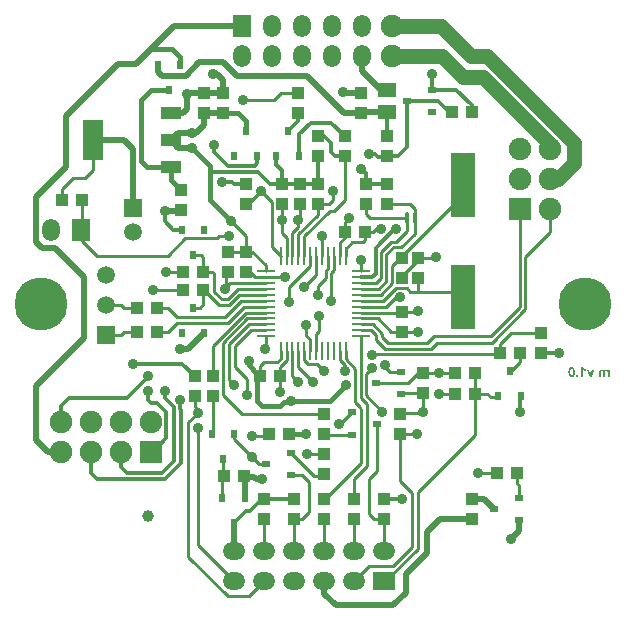
<source format=gbl>
%FSLAX42Y42*%
%MOMM*%
G71*
G01*
G75*
G04 Layer_Physical_Order=2*
G04 Layer_Color=16711680*
%ADD10C,0.25*%
%ADD11C,0.30*%
%ADD12C,0.40*%
%ADD13C,0.50*%
%ADD14C,0.70*%
%ADD15O,0.40X1.00*%
%ADD16O,1.90X1.50*%
%ADD17R,1.90X1.50*%
%ADD18C,1.90*%
%ADD19O,1.50X1.90*%
%ADD20R,1.50X1.90*%
%ADD21C,1.50*%
%ADD22R,1.50X1.50*%
%ADD23R,1.90X1.90*%
%ADD24R,1.90X1.90*%
%ADD25C,4.50*%
%ADD26C,0.90*%
%ADD27R,2.00X5.50*%
%ADD28R,0.60X0.75*%
%ADD29R,0.75X0.60*%
%ADD30R,1.75X1.05*%
%ADD31R,1.75X1.05*%
%ADD32R,1.75X3.40*%
%ADD33O,0.25X1.55*%
%ADD34O,1.55X0.25*%
%ADD35R,1.10X1.00*%
%ADD36R,1.00X1.10*%
%ADD37R,1.50X1.30*%
%ADD38C,1.00*%
%ADD39C,1.30*%
%ADD40C,1.00*%
G36*
X2244Y-620D02*
X2228D01*
Y-604D01*
X2244D01*
Y-620D01*
D02*
G37*
G36*
X2190Y-537D02*
X2192Y-537D01*
X2194Y-537D01*
X2196Y-538D01*
X2198Y-539D01*
X2199Y-539D01*
X2201Y-540D01*
X2202Y-541D01*
X2203Y-542D01*
X2204Y-542D01*
X2205Y-543D01*
X2206Y-544D01*
X2206Y-544D01*
X2207Y-545D01*
X2207Y-545D01*
X2207Y-545D01*
X2208Y-547D01*
X2209Y-550D01*
X2211Y-552D01*
X2212Y-555D01*
X2212Y-558D01*
X2213Y-560D01*
X2214Y-566D01*
X2214Y-569D01*
X2215Y-571D01*
X2215Y-573D01*
X2215Y-575D01*
X2215Y-577D01*
Y-578D01*
Y-579D01*
Y-579D01*
Y-579D01*
X2215Y-583D01*
X2215Y-587D01*
X2214Y-591D01*
X2214Y-594D01*
X2213Y-597D01*
X2213Y-600D01*
X2212Y-602D01*
X2211Y-605D01*
X2211Y-606D01*
X2210Y-608D01*
X2209Y-609D01*
X2209Y-610D01*
X2208Y-611D01*
X2208Y-612D01*
X2208Y-612D01*
X2208Y-612D01*
X2206Y-614D01*
X2205Y-615D01*
X2203Y-617D01*
X2201Y-618D01*
X2200Y-618D01*
X2198Y-619D01*
X2196Y-620D01*
X2195Y-620D01*
X2194Y-621D01*
X2192Y-621D01*
X2191Y-621D01*
X2190Y-621D01*
X2189D01*
X2188Y-622D01*
X2188D01*
X2186Y-621D01*
X2184Y-621D01*
X2182Y-621D01*
X2180Y-620D01*
X2178Y-619D01*
X2177Y-619D01*
X2175Y-618D01*
X2174Y-617D01*
X2173Y-616D01*
X2172Y-616D01*
X2171Y-615D01*
X2170Y-614D01*
X2170Y-614D01*
X2169Y-613D01*
X2169Y-613D01*
X2169Y-613D01*
X2168Y-611D01*
X2167Y-609D01*
X2165Y-606D01*
X2164Y-603D01*
X2164Y-601D01*
X2163Y-598D01*
X2162Y-592D01*
X2162Y-590D01*
X2161Y-587D01*
X2161Y-585D01*
X2161Y-583D01*
X2161Y-581D01*
Y-580D01*
Y-579D01*
Y-579D01*
Y-579D01*
X2161Y-575D01*
X2161Y-571D01*
X2162Y-567D01*
X2162Y-564D01*
X2163Y-561D01*
X2163Y-558D01*
X2164Y-555D01*
X2165Y-553D01*
X2166Y-551D01*
X2167Y-550D01*
X2167Y-548D01*
X2168Y-547D01*
X2168Y-546D01*
X2169Y-546D01*
X2169Y-545D01*
X2169Y-545D01*
X2170Y-544D01*
X2172Y-542D01*
X2173Y-541D01*
X2175Y-540D01*
X2176Y-539D01*
X2178Y-539D01*
X2180Y-538D01*
X2181Y-538D01*
X2182Y-537D01*
X2184Y-537D01*
X2185Y-537D01*
X2186Y-537D01*
X2187Y-536D01*
X2188D01*
X2190Y-537D01*
D02*
G37*
G36*
X2357Y-620D02*
X2342D01*
X2318Y-560D01*
X2335D01*
X2346Y-590D01*
X2347Y-592D01*
X2347Y-594D01*
X2348Y-595D01*
X2348Y-595D01*
X2348Y-596D01*
Y-596D01*
X2348Y-596D01*
X2348Y-597D01*
X2349Y-599D01*
X2349Y-600D01*
X2349Y-600D01*
X2349Y-601D01*
Y-601D01*
X2353Y-590D01*
X2364Y-560D01*
X2381D01*
X2357Y-620D01*
D02*
G37*
G36*
X2479Y-559D02*
X2480Y-559D01*
X2482Y-559D01*
X2484Y-560D01*
X2487Y-561D01*
X2489Y-562D01*
X2490Y-563D01*
X2491Y-564D01*
X2492Y-565D01*
X2493Y-566D01*
X2494Y-566D01*
X2495Y-567D01*
X2495Y-568D01*
X2495Y-568D01*
X2495Y-568D01*
Y-560D01*
X2510D01*
Y-620D01*
X2494D01*
Y-591D01*
Y-588D01*
X2494Y-585D01*
X2494Y-583D01*
X2493Y-581D01*
X2493Y-580D01*
X2493Y-579D01*
X2493Y-579D01*
Y-578D01*
X2492Y-577D01*
X2492Y-576D01*
X2491Y-575D01*
X2490Y-574D01*
X2490Y-573D01*
X2489Y-573D01*
X2489Y-573D01*
X2489Y-573D01*
X2487Y-572D01*
X2486Y-571D01*
X2485Y-571D01*
X2484Y-571D01*
X2483Y-571D01*
X2482Y-571D01*
X2481D01*
X2480Y-571D01*
X2479Y-571D01*
X2478Y-571D01*
X2478Y-571D01*
X2477Y-572D01*
X2477Y-572D01*
X2477D01*
X2476Y-573D01*
X2475Y-574D01*
X2475Y-575D01*
X2475Y-575D01*
X2474Y-576D01*
Y-576D01*
X2474Y-576D01*
X2474Y-577D01*
X2474Y-578D01*
X2474Y-580D01*
X2474Y-582D01*
X2473Y-584D01*
Y-586D01*
Y-586D01*
Y-587D01*
Y-587D01*
Y-587D01*
Y-620D01*
X2458D01*
Y-591D01*
Y-588D01*
X2457Y-586D01*
X2457Y-583D01*
X2457Y-582D01*
X2457Y-580D01*
X2457Y-579D01*
X2456Y-579D01*
Y-579D01*
X2456Y-577D01*
X2455Y-576D01*
X2454Y-575D01*
X2454Y-574D01*
X2453Y-574D01*
X2453Y-573D01*
X2452Y-573D01*
X2452Y-573D01*
X2451Y-572D01*
X2450Y-571D01*
X2449Y-571D01*
X2448Y-571D01*
X2447Y-571D01*
X2446Y-571D01*
X2446D01*
X2444Y-571D01*
X2443Y-571D01*
X2442Y-572D01*
X2441Y-572D01*
X2440Y-573D01*
X2439Y-573D01*
X2439Y-574D01*
X2439Y-574D01*
X2439Y-574D01*
X2438Y-575D01*
X2438Y-577D01*
X2438Y-579D01*
X2438Y-581D01*
X2437Y-583D01*
X2437Y-584D01*
Y-585D01*
Y-585D01*
Y-586D01*
Y-586D01*
Y-620D01*
X2421D01*
Y-582D01*
X2421Y-579D01*
X2422Y-576D01*
X2422Y-574D01*
X2422Y-572D01*
X2422Y-571D01*
X2423Y-570D01*
X2423Y-569D01*
X2423Y-569D01*
X2424Y-567D01*
X2425Y-566D01*
X2426Y-564D01*
X2427Y-563D01*
X2428Y-562D01*
X2429Y-562D01*
X2430Y-561D01*
X2430Y-561D01*
X2432Y-560D01*
X2434Y-560D01*
X2435Y-559D01*
X2437Y-559D01*
X2439Y-559D01*
X2440Y-558D01*
X2441D01*
X2443Y-559D01*
X2445Y-559D01*
X2447Y-559D01*
X2448Y-560D01*
X2449Y-560D01*
X2450Y-560D01*
X2451Y-561D01*
X2451Y-561D01*
X2453Y-562D01*
X2454Y-563D01*
X2456Y-564D01*
X2457Y-565D01*
X2458Y-566D01*
X2459Y-567D01*
X2459Y-568D01*
X2459Y-568D01*
X2461Y-566D01*
X2462Y-565D01*
X2463Y-564D01*
X2464Y-563D01*
X2465Y-562D01*
X2466Y-561D01*
X2466Y-561D01*
X2467Y-561D01*
X2468Y-560D01*
X2470Y-559D01*
X2471Y-559D01*
X2473Y-559D01*
X2475Y-559D01*
X2476Y-558D01*
X2477D01*
X2479Y-559D01*
D02*
G37*
G36*
X2285Y-539D02*
X2287Y-542D01*
X2288Y-544D01*
X2290Y-546D01*
X2292Y-548D01*
X2293Y-549D01*
X2293Y-549D01*
X2294Y-550D01*
X2294Y-550D01*
X2294Y-550D01*
X2297Y-552D01*
X2299Y-553D01*
X2302Y-555D01*
X2304Y-556D01*
X2305Y-557D01*
X2306Y-557D01*
X2307Y-557D01*
X2307Y-557D01*
X2307Y-558D01*
X2308D01*
Y-572D01*
X2303Y-570D01*
X2299Y-568D01*
X2296Y-567D01*
X2294Y-565D01*
X2293Y-564D01*
X2291Y-564D01*
X2290Y-563D01*
X2289Y-562D01*
X2288Y-561D01*
X2288Y-561D01*
X2287Y-560D01*
X2287Y-560D01*
X2287Y-560D01*
Y-620D01*
X2271D01*
Y-536D01*
X2284D01*
X2285Y-539D01*
D02*
G37*
%LPC*%
G36*
X2188Y-550D02*
X2188D01*
X2187Y-550D01*
X2186Y-550D01*
X2185Y-550D01*
X2184Y-551D01*
X2184Y-551D01*
X2183Y-551D01*
X2183Y-551D01*
X2183Y-552D01*
X2182Y-552D01*
X2181Y-553D01*
X2180Y-556D01*
X2180Y-557D01*
X2180Y-558D01*
X2179Y-559D01*
Y-559D01*
Y-559D01*
X2179Y-560D01*
X2179Y-561D01*
X2179Y-563D01*
X2178Y-564D01*
X2178Y-568D01*
X2178Y-571D01*
Y-573D01*
Y-574D01*
X2178Y-576D01*
Y-577D01*
Y-578D01*
Y-578D01*
Y-579D01*
Y-579D01*
Y-582D01*
X2178Y-584D01*
Y-586D01*
X2178Y-589D01*
X2178Y-590D01*
X2178Y-592D01*
X2178Y-594D01*
X2179Y-595D01*
X2179Y-596D01*
X2179Y-597D01*
X2179Y-598D01*
X2179Y-599D01*
X2179Y-599D01*
Y-600D01*
X2179Y-600D01*
Y-600D01*
X2180Y-602D01*
X2181Y-603D01*
X2181Y-604D01*
X2182Y-605D01*
X2182Y-606D01*
X2183Y-606D01*
X2183Y-606D01*
X2183Y-607D01*
X2184Y-607D01*
X2185Y-608D01*
X2186Y-608D01*
X2187Y-608D01*
X2187Y-608D01*
X2188D01*
X2189Y-608D01*
X2190Y-608D01*
X2191Y-608D01*
X2192Y-607D01*
X2192Y-607D01*
X2193Y-607D01*
X2193Y-607D01*
X2193Y-607D01*
X2194Y-606D01*
X2195Y-605D01*
X2195Y-604D01*
X2196Y-602D01*
X2196Y-601D01*
X2196Y-600D01*
X2197Y-600D01*
X2197Y-599D01*
X2197Y-598D01*
X2197Y-597D01*
X2197Y-595D01*
X2197Y-594D01*
X2198Y-590D01*
X2198Y-587D01*
Y-586D01*
Y-584D01*
X2198Y-583D01*
Y-581D01*
Y-580D01*
Y-580D01*
Y-579D01*
Y-579D01*
Y-576D01*
X2198Y-574D01*
Y-572D01*
X2198Y-570D01*
X2198Y-568D01*
X2198Y-566D01*
X2197Y-564D01*
X2197Y-563D01*
X2197Y-562D01*
X2197Y-561D01*
X2197Y-560D01*
X2197Y-559D01*
X2197Y-559D01*
X2197Y-558D01*
Y-558D01*
Y-558D01*
X2196Y-557D01*
X2196Y-555D01*
X2195Y-554D01*
X2194Y-553D01*
X2194Y-552D01*
X2194Y-552D01*
X2193Y-552D01*
X2193Y-552D01*
X2192Y-551D01*
X2191Y-550D01*
X2190Y-550D01*
X2190Y-550D01*
X2189Y-550D01*
X2188Y-550D01*
D02*
G37*
%LPD*%
D10*
X-851Y267D02*
X-838Y254D01*
Y102D02*
Y254D01*
Y102D02*
X-775Y38D01*
X-725D01*
X-927Y114D02*
X-800Y-13D01*
X-712D01*
X-725Y38D02*
X-638Y125D01*
X-931Y114D02*
X-927D01*
X-712Y-13D02*
X-624Y75D01*
X441Y610D02*
X506D01*
X531Y635D01*
X572D01*
X662Y523D02*
X701D01*
X791Y613D01*
Y724D01*
X744Y478D02*
X860Y594D01*
Y724D01*
X681Y478D02*
X744D01*
X576Y216D02*
Y437D01*
X662Y523D01*
X621Y189D02*
Y418D01*
X681Y478D01*
X-346Y2346D02*
Y2350D01*
X584Y-914D02*
Y-914D01*
X448Y-777D02*
X584Y-914D01*
X448Y-777D02*
Y-593D01*
X495Y-546D01*
X403Y-530D02*
X403Y-530D01*
Y-796D02*
Y-530D01*
X457Y-1372D02*
Y-851D01*
X403Y-796D02*
X457Y-851D01*
X403Y-530D02*
Y-275D01*
X406Y-1346D02*
Y-889D01*
X397Y-880D02*
X406Y-889D01*
X397Y-880D02*
Y-877D01*
X356Y-836D02*
X397Y-877D01*
X356Y-836D02*
Y-769D01*
X357Y-768D02*
Y-549D01*
X275Y-467D02*
X357Y-549D01*
X356Y-769D02*
X357Y-768D01*
X275Y-467D02*
Y-403D01*
X737Y-237D02*
X749D01*
X885D01*
X98Y-1655D02*
X406Y-1346D01*
X38Y842D02*
X131D01*
X165Y876D01*
Y952D01*
X244Y-1003D02*
X327Y-921D01*
X241Y-1003D02*
X244D01*
X-606Y-931D02*
X89D01*
X-762Y-775D02*
X-606Y-931D01*
X-125Y-535D02*
X0Y-660D01*
X-125Y-535D02*
Y-403D01*
X1397Y-1435D02*
X1553D01*
X30Y-513D02*
X89Y-572D01*
X-44Y-513D02*
X30D01*
X-75Y-481D02*
Y-403D01*
Y-481D02*
X-44Y-513D01*
X-175Y-612D02*
X-127Y-660D01*
X-175Y-612D02*
Y-403D01*
X225Y-481D02*
Y-403D01*
Y-481D02*
X267Y-523D01*
X51Y-229D02*
Y-102D01*
X25Y-254D02*
X51Y-229D01*
X25Y-403D02*
Y-254D01*
X-445Y952D02*
X-349Y857D01*
X-267Y597D02*
Y711D01*
X-800Y572D02*
X-711D01*
X-267Y711D02*
Y842D01*
X-175Y403D02*
Y600D01*
X-127Y648D01*
Y711D01*
X-125Y403D02*
Y586D01*
X38Y749D01*
Y842D01*
X-114Y737D02*
Y842D01*
X-816Y555D02*
X-800Y572D01*
X-1359Y114D02*
X-1101D01*
X-1960Y601D02*
X-1956Y597D01*
X-1960Y601D02*
Y851D01*
X-1867Y1131D02*
Y1384D01*
X-1930Y1067D02*
X-1867Y1131D01*
X-2032Y1067D02*
X-1930D01*
X-2130Y969D02*
X-2032Y1067D01*
X-2130Y851D02*
Y969D01*
X-267Y597D02*
X-225Y555D01*
Y403D02*
Y555D01*
X271Y610D02*
Y690D01*
X305Y724D01*
X-1083Y555D02*
X-816D01*
X-1232Y406D02*
X-1083Y555D01*
X-1829Y406D02*
X-1232D01*
X-1956Y533D02*
X-1829Y406D01*
X-1956Y533D02*
Y597D01*
X75Y570D02*
X76Y572D01*
X75Y403D02*
Y570D01*
X-1056Y-2145D02*
Y-1005D01*
Y-2145D02*
X-724Y-2476D01*
X151Y27D02*
Y261D01*
Y27D02*
X152Y25D01*
X151Y261D02*
X175Y285D01*
Y403D01*
X-203Y140D02*
X-25Y318D01*
X-203Y13D02*
Y140D01*
X38Y76D02*
Y152D01*
X105Y220D01*
X-25Y318D02*
Y403D01*
X-76Y140D02*
X25Y241D01*
Y403D01*
X105Y220D02*
Y280D01*
X125Y299D01*
Y403D01*
X737Y-931D02*
X741Y-927D01*
X737Y-1101D02*
X741Y-1105D01*
X876D01*
X-63Y-267D02*
Y-178D01*
X-711Y-344D02*
X-543Y-175D01*
X-711Y-648D02*
Y-344D01*
Y-648D02*
X-673Y-686D01*
X-660Y-357D02*
X-528Y-225D01*
X-660Y-533D02*
Y-357D01*
Y-533D02*
X-559Y-635D01*
X-749Y-114D02*
X-610Y25D01*
X-851Y-614D02*
Y-355D01*
X-571Y-75D01*
X-762Y-775D02*
Y-330D01*
X-543Y-2476D02*
X-416Y-2350D01*
X-724Y-2476D02*
X-543D01*
X-1056Y-1005D02*
X-978Y-927D01*
Y-2042D02*
X-670Y-2350D01*
X-978Y-2042D02*
Y-1054D01*
X-559Y-775D02*
Y-635D01*
X-528Y-225D02*
X-403D01*
X89Y-1101D02*
X99Y-1111D01*
X327D01*
X470Y-1778D02*
Y-1486D01*
X537Y-1419D01*
Y-1016D01*
X470Y-1778D02*
X517Y-1825D01*
X343Y-1655D02*
Y-1486D01*
X457Y-1372D01*
X-857Y-1102D02*
X-851Y-1095D01*
Y-784D01*
X-667Y-1149D02*
X-521Y-1295D01*
X-667Y-1149D02*
Y-1102D01*
X-521Y-1295D02*
X-457Y-1359D01*
X-397D01*
X-63Y-267D02*
X-25Y-305D01*
Y-403D02*
Y-305D01*
X394Y368D02*
X403Y360D01*
X1067Y-584D02*
X1198D01*
X1368Y-762D02*
X1473D01*
X1502Y-791D01*
X1569D01*
X1664Y-581D02*
X1749Y-496D01*
Y-419D01*
X495Y-432D02*
X501Y-426D01*
X1571D01*
X1579Y-419D01*
X533Y-305D02*
Y-267D01*
Y-305D02*
X610Y-381D01*
X998D01*
X583Y-283D02*
X635Y-336D01*
X960D01*
X1022Y-273D01*
X998Y-381D02*
X1048Y-331D01*
X1511D02*
X1795Y-47D01*
X1048Y-331D02*
X1511D01*
X1505Y-273D02*
X1750Y-28D01*
X1022Y-273D02*
X1505D01*
X403Y275D02*
Y360D01*
X1368Y-762D02*
Y-584D01*
X1067Y-762D02*
X1198D01*
X267Y-572D02*
Y-523D01*
X931Y-584D02*
X1067D01*
X-279Y-749D02*
Y-614D01*
X-403Y-372D02*
X-394Y-381D01*
X-51Y-1270D02*
X-47Y-1274D01*
X89D01*
X-403Y-372D02*
Y-275D01*
X737Y220D02*
X889Y372D01*
X1033Y390D02*
X1041Y381D01*
X889Y390D02*
X1033D01*
X622Y842D02*
X822D01*
X860Y803D01*
Y724D02*
Y803D01*
X445Y762D02*
Y842D01*
Y762D02*
X483Y724D01*
X791D01*
X535Y175D02*
X576Y216D01*
X403Y175D02*
X535D01*
X557Y125D02*
X621Y189D01*
X403Y125D02*
X557D01*
X403Y75D02*
X571D01*
X667Y171D02*
Y320D01*
X571Y75D02*
X667Y171D01*
X591Y25D02*
X699Y132D01*
X791D01*
X403Y25D02*
X591D01*
X889Y102D02*
X1227D01*
X821D02*
X889D01*
X791Y132D02*
X821Y102D01*
X614Y-25D02*
X715Y76D01*
X749Y-67D02*
X885D01*
X403Y-75D02*
X742D01*
X749Y-67D01*
X403Y-25D02*
X614D01*
X715Y76D02*
X737Y54D01*
X740Y-768D02*
X750Y-758D01*
X927D01*
X530Y-673D02*
X800D01*
X885Y-588D01*
X927D01*
X654Y-578D02*
X740D01*
X610Y-533D02*
X654Y-578D01*
X610Y-533D02*
Y-521D01*
X885Y-237D02*
X889Y-241D01*
X885Y-67D02*
X889Y-63D01*
X1270Y923D02*
Y1008D01*
X667Y320D02*
X1270Y923D01*
X889Y102D02*
Y220D01*
X1227Y102D02*
X1270Y58D01*
X889Y372D02*
Y390D01*
X403Y-125D02*
X546D01*
X659Y-237D01*
X699D01*
X403Y-225D02*
X491D01*
X533Y-267D01*
X403Y-175D02*
X505D01*
X583Y-253D01*
Y-283D02*
Y-253D01*
X2004Y607D02*
Y800D01*
X1795Y398D02*
X2004Y607D01*
X1795Y-47D02*
Y398D01*
X1750Y-28D02*
Y800D01*
X-543Y-175D02*
X-403D01*
X-585Y-25D02*
X-403D01*
X-571Y-75D02*
X-403D01*
X-720Y-160D02*
X-585Y-25D01*
X-762Y-330D02*
X-557Y-125D01*
X-403D01*
X-610Y25D02*
X-403D01*
X-1325Y-38D02*
X-1232D01*
X-1156Y-114D01*
X-749D01*
X-1150Y-160D02*
X-720D01*
X-762Y-1464D02*
Y-1311D01*
X-768Y-1470D02*
X-762Y-1464D01*
X89Y-1655D02*
X98D01*
X517Y-1825D02*
X597D01*
X-768Y-1648D02*
Y-1470D01*
X-187Y-1264D02*
X6Y-1457D01*
X89D01*
X-165Y-1825D02*
X-98D01*
X-38Y-1765D01*
Y-1511D01*
X-95Y-1454D02*
X-38Y-1511D01*
X-187Y-1454D02*
X-95D01*
X-419Y-2093D02*
X-416Y-2096D01*
X-419Y-2093D02*
Y-1825D01*
X-165Y-2093D02*
X-162Y-2096D01*
X-165Y-2093D02*
Y-1825D01*
X89Y-2093D02*
X92Y-2096D01*
X89Y-2093D02*
Y-1825D01*
X343Y-2093D02*
X346Y-2096D01*
X343Y-2093D02*
Y-1825D01*
X597Y-2093D02*
X600Y-2096D01*
X597Y-2093D02*
Y-1825D01*
X-1245Y267D02*
X-1101D01*
X-1016Y416D02*
X-949D01*
X-931Y398D01*
Y267D02*
Y398D01*
X-275Y-466D02*
Y-403D01*
X-305Y-495D02*
X-275Y-466D01*
X-419Y-495D02*
X-305D01*
X-453Y-530D02*
X-419Y-495D01*
X-453Y-610D02*
Y-530D01*
X-258Y-513D02*
X-256D01*
X-225Y-481D02*
Y-403D01*
X-256Y-513D02*
X-225Y-481D01*
X-283Y-538D02*
X-258Y-513D01*
X-283Y-610D02*
Y-538D01*
X225Y403D02*
Y517D01*
X271Y563D01*
Y610D01*
X419Y521D02*
X441Y542D01*
X275Y466D02*
X330Y521D01*
X275Y403D02*
Y466D01*
X441Y542D02*
Y610D01*
X330Y521D02*
X419D01*
X-492Y225D02*
X-403D01*
X-537Y271D02*
X-492Y225D01*
X-931Y267D02*
X-851D01*
X-1232Y-241D02*
X-1150Y-160D01*
X-1325Y-241D02*
X-1232D01*
X-1600Y-38D02*
X-1495D01*
X-1626Y-13D02*
X-1600Y-38D01*
X-1753Y-13D02*
X-1626D01*
X-1600Y-241D02*
X-1495D01*
X-1626Y-267D02*
X-1600Y-241D01*
X-1753Y-267D02*
X-1626D01*
X-931Y-4D02*
Y114D01*
X-962Y-35D02*
X-931Y-4D01*
X-1016Y-35D02*
X-962D01*
X-521Y-1118D02*
X-377D01*
X-978Y-927D02*
Y-902D01*
X-1003Y-876D02*
X-978Y-902D01*
X-1003Y-876D02*
Y-784D01*
X1723Y-1520D02*
Y-1435D01*
Y-1520D02*
X1743Y-1540D01*
Y-1645D02*
Y-1540D01*
X673Y-2223D02*
X838Y-2057D01*
X474Y-2223D02*
X673D01*
X346Y-2350D02*
X474Y-2223D01*
X1368Y-1109D02*
Y-762D01*
X884Y-1593D02*
X1368Y-1109D01*
X884Y-2076D02*
Y-1593D01*
X610Y-2350D02*
X884Y-2076D01*
X600Y-2350D02*
X610D01*
X838Y-2057D02*
Y-1600D01*
X737Y-1499D02*
X838Y-1600D01*
X737Y-1499D02*
Y-1101D01*
X-624Y75D02*
X-403D01*
X-638Y125D02*
X-403D01*
X-701Y175D02*
X-403D01*
X-737Y140D02*
X-701Y175D01*
X-610Y271D02*
X-537D01*
X-403Y275D02*
Y326D01*
X-517Y441D02*
X-403Y326D01*
X-737Y140D02*
Y258D01*
X-724Y271D01*
X-572Y441D02*
X-517D01*
X-572D02*
Y572D01*
X-699Y699D02*
X-572Y572D01*
X-724Y441D02*
X-572D01*
X-403Y225D02*
X-245D01*
X-241Y229D01*
X-276Y403D02*
X-275D01*
X1579Y-419D02*
Y-339D01*
X1673Y-245D01*
X1930D01*
X-75Y403D02*
Y572D01*
X140Y787D01*
X178D01*
X267Y876D01*
Y1248D01*
X-271Y1787D02*
X-127D01*
X-330Y1727D02*
X-271Y1787D01*
X-597Y1727D02*
X-330D01*
X-555Y842D02*
X-445Y952D01*
X-572Y842D02*
X-555D01*
X-349Y476D02*
X-276Y403D01*
X-349Y476D02*
Y857D01*
X927Y-914D02*
Y-758D01*
X741Y-927D02*
X927D01*
D11*
X546Y1245D02*
X618D01*
X521Y1270D02*
X546Y1245D01*
X470Y1270D02*
X521D01*
X528Y469D02*
X697Y637D01*
X406Y1617D02*
X409Y1619D01*
X797Y1715D02*
X1054D01*
X1139Y1630D01*
X1156D01*
X622Y1248D02*
X715D01*
X797Y1330D01*
Y1715D01*
X578Y1809D02*
X622D01*
Y1419D02*
Y1619D01*
X618Y1245D02*
X622Y1248D01*
X528Y254D02*
Y469D01*
X-131Y1549D02*
Y1651D01*
X-216Y1464D02*
X-131Y1549D01*
X-267Y1012D02*
Y1130D01*
X-311Y1174D02*
X-267Y1130D01*
X-311Y1174D02*
Y1254D01*
X-121D02*
Y1433D01*
X-22Y1533D01*
X152D01*
X267Y1419D01*
X38Y1419D02*
X93D01*
X152Y1359D01*
Y1283D02*
Y1359D01*
Y1283D02*
X187Y1248D01*
X267D01*
X38Y1012D02*
Y1248D01*
X499Y225D02*
X528Y254D01*
X403Y225D02*
X499D01*
X-1257Y699D02*
Y787D01*
Y699D02*
X-1185Y626D01*
X-1111D01*
X-1574Y-800D02*
X-1397Y-623D01*
X-1422Y-737D02*
X-1397D01*
Y-813D02*
Y-737D01*
Y-623D02*
Y-610D01*
Y-813D02*
X-1372Y-838D01*
X-1321D01*
X-364Y1012D02*
X-267D01*
X-114D01*
X38D01*
X-1118Y-1346D02*
Y-902D01*
X-1257Y-1486D02*
X-1118Y-1346D01*
X-1130Y-889D02*
X-1118Y-902D01*
X-1130Y-889D02*
Y-813D01*
X-1118Y-826D01*
X-1257Y-800D02*
X-1181Y-876D01*
Y-1334D02*
Y-876D01*
X-1283Y-1435D02*
X-1181Y-1334D01*
X-1321Y-838D02*
X-1242Y-917D01*
Y-1140D02*
Y-917D01*
X-1359Y-1257D02*
X-1242Y-1140D01*
X-1372Y-1257D02*
X-1359D01*
X-1257Y-800D02*
Y-737D01*
X-2134Y-864D02*
X-2070Y-800D01*
X-2134Y-1003D02*
Y-864D01*
X-673Y-1858D02*
X-568Y-1753D01*
X-533D01*
X-436Y-1655D01*
X-419D01*
X-165D01*
X601Y-1651D02*
X749D01*
X-1626Y-1384D02*
Y-1257D01*
Y-1384D02*
X-1575Y-1435D01*
X-1283D01*
X-1880D02*
Y-1257D01*
Y-1435D02*
X-1829Y-1486D01*
X-1257D01*
X1007Y1809D02*
Y1940D01*
X1003Y1943D02*
X1007Y1940D01*
X-476Y1187D02*
Y1254D01*
X-838Y1283D02*
Y1346D01*
X254Y1791D02*
X258Y1787D01*
X445Y1012D02*
X622D01*
X445D02*
Y1105D01*
X406Y1143D02*
X445Y1105D01*
X1934Y-419D02*
X2083D01*
X1930Y-415D02*
X1934Y-419D01*
X-495Y1168D02*
X-476Y1187D01*
X-724Y1168D02*
X-495D01*
X-838Y1283D02*
X-724Y1168D01*
X-470Y1118D02*
X-364Y1012D01*
X-876Y1118D02*
X-470D01*
X-669Y1012D02*
X-572D01*
X-686Y1029D02*
X-669Y1012D01*
X-775Y1029D02*
X-686D01*
X1753Y-914D02*
Y-784D01*
X1759Y-778D01*
X-1109Y-508D02*
X-1003Y-614D01*
X-1524Y-508D02*
X-1109D01*
X1342Y1626D02*
Y1680D01*
X1213Y1809D02*
X1342Y1680D01*
X1007Y1809D02*
X1213D01*
X-2070Y-800D02*
X-1574D01*
D12*
X-76Y-1105D02*
X-63Y-1118D01*
X-207Y-1105D02*
X-76D01*
X-250Y-834D02*
X-199D01*
X-190Y-826D01*
X-279Y-864D02*
X-250Y-834D01*
X-434Y-864D02*
X-279D01*
X-546Y-521D02*
X-474Y-593D01*
Y-824D02*
Y-593D01*
X-546Y-521D02*
Y-483D01*
X-474Y-824D02*
X-434Y-864D01*
X-1207Y1050D02*
Y1154D01*
Y1050D02*
X-1118Y961D01*
X-1408Y1154D02*
X-1207D01*
X-1460Y1206D02*
X-1408Y1154D01*
X-1460Y1206D02*
Y1727D01*
X-1375Y1813D01*
X-1219D01*
X-1372Y2159D02*
X-1194D01*
X-1124Y2089D01*
Y2023D02*
Y2089D01*
X-572Y1464D02*
Y1549D01*
X-639Y1617D02*
X-572Y1549D01*
X-762Y1617D02*
X-639D01*
X-876Y876D02*
X-699Y699D01*
X-876Y1118D02*
Y1168D01*
X-1029Y1321D02*
X-876Y1168D01*
Y876D02*
Y1118D01*
X267Y-699D02*
X279D01*
X140Y-826D02*
X267Y-699D01*
X-190Y-826D02*
X140D01*
D13*
X-1207Y1614D02*
X-1103D01*
X-1067Y1651D01*
Y1778D01*
X-1058Y1787D02*
X-927D01*
X-1067Y1778D02*
X-1058Y1787D01*
X-851Y1943D02*
X-813D01*
X-762Y1892D01*
Y1787D02*
Y1892D01*
X-1283Y1930D02*
X-1080D01*
X-965Y2045D01*
X-762D01*
X-648Y1930D01*
X409Y1619D02*
X622D01*
X416Y1972D02*
Y2096D01*
Y1972D02*
X578Y1809D01*
X-1143Y1321D02*
X-1029D01*
X-1207Y1384D02*
X-1143Y1321D01*
Y1448D02*
X-1029D01*
X-1207Y1384D02*
X-1143Y1448D01*
X-1257Y787D02*
X-1122D01*
X-1118Y791D01*
X-1499Y2032D02*
X-1372Y2159D01*
X-1181Y2350D01*
X-600D01*
X-1651Y2032D02*
X-1499D01*
X-2350Y902D02*
X-2095Y1156D01*
Y1588D01*
X-1940Y-289D02*
Y226D01*
X-2350Y-699D02*
X-1940Y-289D01*
X-2095Y1588D02*
X-1651Y2032D01*
X-2350Y-1156D02*
Y-699D01*
Y-1156D02*
X-2248Y-1257D01*
X-2134D01*
X-1130Y-381D02*
X-1057D01*
X-921Y-245D01*
X-578Y-1470D02*
X-498D01*
X-483Y-1486D01*
X-432D01*
X-578Y-1648D02*
Y-1470D01*
X-673Y-2093D02*
Y-1858D01*
Y-2093D02*
X-670Y-2096D01*
X1448Y-1655D02*
X1533Y-1740D01*
X1346Y-1655D02*
X1448D01*
X190Y-2553D02*
X680D01*
X92Y-2454D02*
X190Y-2553D01*
X92Y-2454D02*
Y-2350D01*
X785Y-2448D02*
Y-2289D01*
X1071Y-1825D02*
X1346D01*
X680Y-2553D02*
X785Y-2448D01*
Y-2289D02*
X965Y-2108D01*
Y-1930D01*
X1071Y-1825D01*
X1676Y-1994D02*
X1743Y-1927D01*
Y-1835D01*
X-1029Y1448D02*
X-991D01*
X-927Y1511D01*
Y1617D01*
X-762D01*
X-927Y1787D02*
X-762D01*
X-1314Y1962D02*
Y2023D01*
Y1962D02*
X-1283Y1930D01*
X263Y1617D02*
X406D01*
X-51Y1930D02*
X263Y1617D01*
X258Y1787D02*
X406D01*
X-1867Y1384D02*
X-1600D01*
X-1526Y1310D01*
Y813D02*
Y1310D01*
Y813D02*
X-1524Y811D01*
X-648Y1930D02*
X-51D01*
X-2184Y470D02*
X-1940Y226D01*
X-2299Y470D02*
X-2184D01*
X-2350Y521D02*
X-2299Y470D01*
X-2350Y521D02*
Y902D01*
D15*
X791Y724D02*
D03*
X860D02*
D03*
D16*
X-670Y-2096D02*
D03*
X-416D02*
D03*
X-162D02*
D03*
X92D02*
D03*
X346D02*
D03*
X600D02*
D03*
X-670Y-2350D02*
D03*
X-416D02*
D03*
X-162D02*
D03*
X92D02*
D03*
X346D02*
D03*
D17*
X600D02*
D03*
D18*
X670Y2096D02*
D03*
Y2350D02*
D03*
X-2134Y-1003D02*
D03*
X-1880D02*
D03*
X-1626D02*
D03*
X-1372D02*
D03*
X-2134Y-1257D02*
D03*
X-1880D02*
D03*
X-1626D02*
D03*
X2004Y1308D02*
D03*
Y1054D02*
D03*
Y800D02*
D03*
X1750Y1308D02*
D03*
Y1054D02*
D03*
D19*
X416Y2096D02*
D03*
X162D02*
D03*
X-92D02*
D03*
X-346D02*
D03*
X-600D02*
D03*
X416Y2350D02*
D03*
X162D02*
D03*
X-92D02*
D03*
X-346D02*
D03*
X-2223Y622D02*
D03*
D20*
X-600Y2350D02*
D03*
X-1968Y622D02*
D03*
D21*
X-1753Y241D02*
D03*
Y-13D02*
D03*
X-1524Y611D02*
D03*
D22*
X-1753Y-267D02*
D03*
X-1524Y811D02*
D03*
D23*
X-1372Y-1257D02*
D03*
D24*
X1750Y800D02*
D03*
D25*
X-2300Y0D02*
D03*
X2300D02*
D03*
D26*
X-63Y-1105D02*
D03*
X-851Y1943D02*
D03*
X-1067Y1778D02*
D03*
X470Y1270D02*
D03*
X699Y635D02*
D03*
X584Y-914D02*
D03*
X495Y-546D02*
D03*
X279Y-686D02*
D03*
X267Y-572D02*
D03*
X216Y-1016D02*
D03*
X-190Y-826D02*
D03*
X89Y-572D02*
D03*
X1397Y-1435D02*
D03*
X0Y-660D02*
D03*
X-127D02*
D03*
X-699Y699D02*
D03*
X-1029Y1321D02*
D03*
Y1448D02*
D03*
X-1397Y-737D02*
D03*
Y-610D02*
D03*
X-546Y-483D02*
D03*
X-1257Y787D02*
D03*
X165Y952D02*
D03*
X-445D02*
D03*
X-1359Y114D02*
D03*
X-127Y711D02*
D03*
X-267D02*
D03*
X305Y724D02*
D03*
X572Y635D02*
D03*
X-711Y572D02*
D03*
X76D02*
D03*
X-1130Y-381D02*
D03*
Y-813D02*
D03*
X-1257Y-737D02*
D03*
X152Y25D02*
D03*
X-203Y13D02*
D03*
X38Y76D02*
D03*
X-76Y140D02*
D03*
X927Y-914D02*
D03*
X876Y-1105D02*
D03*
X-63Y-178D02*
D03*
X51Y-102D02*
D03*
X-978Y-927D02*
D03*
Y-1054D02*
D03*
X-559Y-775D02*
D03*
X-673Y-686D02*
D03*
X-521Y-1295D02*
D03*
X-432Y-1486D02*
D03*
X495Y-432D02*
D03*
X406Y368D02*
D03*
X1067Y-762D02*
D03*
Y-584D02*
D03*
X-279Y-749D02*
D03*
X-51Y-1270D02*
D03*
X-406Y-381D02*
D03*
X1041Y394D02*
D03*
X737Y54D02*
D03*
X610Y-521D02*
D03*
X889Y-241D02*
D03*
Y-63D02*
D03*
X-749Y127D02*
D03*
X-1245Y267D02*
D03*
X749Y-1651D02*
D03*
X-521Y-1118D02*
D03*
X1676Y-1994D02*
D03*
X-241Y229D02*
D03*
X1003Y1943D02*
D03*
X-597Y1727D02*
D03*
X-838Y1346D02*
D03*
X254Y1791D02*
D03*
X406Y1143D02*
D03*
X2083Y-419D02*
D03*
X-775Y1029D02*
D03*
X1753Y-914D02*
D03*
X-1524Y-508D02*
D03*
D27*
X1270Y1008D02*
D03*
Y58D02*
D03*
D28*
X-857Y-1102D02*
D03*
X-667D02*
D03*
X-762Y-1311D02*
D03*
X-768Y-1648D02*
D03*
X-578D02*
D03*
X-673Y-1858D02*
D03*
X-121Y1254D02*
D03*
X-311D02*
D03*
X-216Y1464D02*
D03*
X-1016Y-35D02*
D03*
X-1111Y-245D02*
D03*
X-921D02*
D03*
X-1016Y416D02*
D03*
X-921Y626D02*
D03*
X-1111D02*
D03*
X-572Y1464D02*
D03*
X-666Y1254D02*
D03*
X-476D02*
D03*
X-1314Y2023D02*
D03*
X-1124D02*
D03*
X-1219Y1813D02*
D03*
X1759Y-778D02*
D03*
X1569D02*
D03*
X1664Y-568D02*
D03*
D29*
X-187Y-1264D02*
D03*
Y-1454D02*
D03*
X-397Y-1359D02*
D03*
X327Y-1111D02*
D03*
Y-921D02*
D03*
X537Y-1016D02*
D03*
X1743Y-1645D02*
D03*
Y-1835D02*
D03*
X1533Y-1740D02*
D03*
X797Y1715D02*
D03*
X1007Y1619D02*
D03*
Y1809D02*
D03*
X740Y-578D02*
D03*
Y-768D02*
D03*
X530Y-673D02*
D03*
D30*
X-1207Y1614D02*
D03*
D31*
X-1207Y1384D02*
D03*
Y1154D02*
D03*
D32*
X-1867Y1384D02*
D03*
D33*
X275Y403D02*
D03*
X225D02*
D03*
X175D02*
D03*
X125D02*
D03*
X75D02*
D03*
X25D02*
D03*
X-25D02*
D03*
X-75D02*
D03*
X-125D02*
D03*
X-175D02*
D03*
X-225D02*
D03*
X-275D02*
D03*
Y-403D02*
D03*
X-225D02*
D03*
X-175D02*
D03*
X-125D02*
D03*
X-75D02*
D03*
X-25D02*
D03*
X25D02*
D03*
X75D02*
D03*
X125D02*
D03*
X175D02*
D03*
X225D02*
D03*
X275D02*
D03*
D34*
X-403Y275D02*
D03*
Y225D02*
D03*
Y175D02*
D03*
Y125D02*
D03*
Y75D02*
D03*
Y25D02*
D03*
Y-25D02*
D03*
Y-75D02*
D03*
Y-125D02*
D03*
Y-175D02*
D03*
Y-225D02*
D03*
Y-275D02*
D03*
X403D02*
D03*
Y-225D02*
D03*
Y-175D02*
D03*
Y-125D02*
D03*
Y-75D02*
D03*
Y-25D02*
D03*
Y25D02*
D03*
Y75D02*
D03*
Y125D02*
D03*
Y175D02*
D03*
Y225D02*
D03*
Y275D02*
D03*
D35*
X-588Y-1460D02*
D03*
X-758D02*
D03*
X-1101Y114D02*
D03*
X-931D02*
D03*
X-1101Y267D02*
D03*
X-931D02*
D03*
X1342Y1626D02*
D03*
X1172D02*
D03*
X1198Y-584D02*
D03*
X1368D02*
D03*
X1198Y-762D02*
D03*
X1368D02*
D03*
X1749Y-419D02*
D03*
X1579D02*
D03*
X-1495Y-38D02*
D03*
X-1325D02*
D03*
X-1495Y-241D02*
D03*
X-1325D02*
D03*
X-1960Y876D02*
D03*
X-2130D02*
D03*
X1723Y-1435D02*
D03*
X1553D02*
D03*
X-377Y-1105D02*
D03*
X-207D02*
D03*
X271Y610D02*
D03*
X441D02*
D03*
X-283Y-610D02*
D03*
X-453D02*
D03*
D36*
X-419Y-1655D02*
D03*
Y-1825D02*
D03*
X-165Y-1655D02*
D03*
Y-1825D02*
D03*
X-851Y-784D02*
D03*
Y-614D02*
D03*
X89Y-1444D02*
D03*
Y-1274D02*
D03*
Y-1825D02*
D03*
Y-1655D02*
D03*
X343Y-1825D02*
D03*
Y-1655D02*
D03*
X89Y-1101D02*
D03*
Y-931D02*
D03*
X597Y-1825D02*
D03*
Y-1655D02*
D03*
X-127Y1787D02*
D03*
Y1617D02*
D03*
X622Y1248D02*
D03*
Y1419D02*
D03*
X267Y1248D02*
D03*
Y1419D02*
D03*
X38Y1419D02*
D03*
Y1248D02*
D03*
X737Y-931D02*
D03*
Y-1101D02*
D03*
X-572Y1012D02*
D03*
Y842D02*
D03*
X-724Y271D02*
D03*
Y441D02*
D03*
X38Y842D02*
D03*
Y1012D02*
D03*
X-114Y842D02*
D03*
Y1012D02*
D03*
X-267Y842D02*
D03*
Y1012D02*
D03*
X1346Y-1655D02*
D03*
Y-1825D02*
D03*
X-1003Y-784D02*
D03*
Y-614D02*
D03*
X406Y1787D02*
D03*
Y1617D02*
D03*
X-1118Y791D02*
D03*
Y961D02*
D03*
X1930Y-245D02*
D03*
Y-415D02*
D03*
X-927Y1787D02*
D03*
Y1617D02*
D03*
X-762Y1787D02*
D03*
Y1617D02*
D03*
X749Y-67D02*
D03*
Y-237D02*
D03*
X-572Y271D02*
D03*
Y441D02*
D03*
X927Y-588D02*
D03*
Y-758D02*
D03*
X622Y1012D02*
D03*
Y842D02*
D03*
X889Y390D02*
D03*
Y220D02*
D03*
X445Y1012D02*
D03*
Y842D02*
D03*
X749Y220D02*
D03*
Y390D02*
D03*
D37*
X622Y1809D02*
D03*
Y1619D02*
D03*
D38*
X-1400Y-1800D02*
D03*
D39*
X1270Y1918D02*
X1435D01*
X2004Y1349D01*
X1471Y2095D02*
X2206Y1361D01*
X1334Y2095D02*
X1471D01*
X2206Y1190D02*
Y1361D01*
X673Y2347D02*
X1082D01*
X1334Y2095D01*
X670Y2350D02*
X673Y2347D01*
X2004Y1054D02*
X2070D01*
X2206Y1190D01*
X670Y2096D02*
X1092D01*
X1270Y1918D01*
D40*
X2004Y1308D02*
Y1349D01*
M02*

</source>
